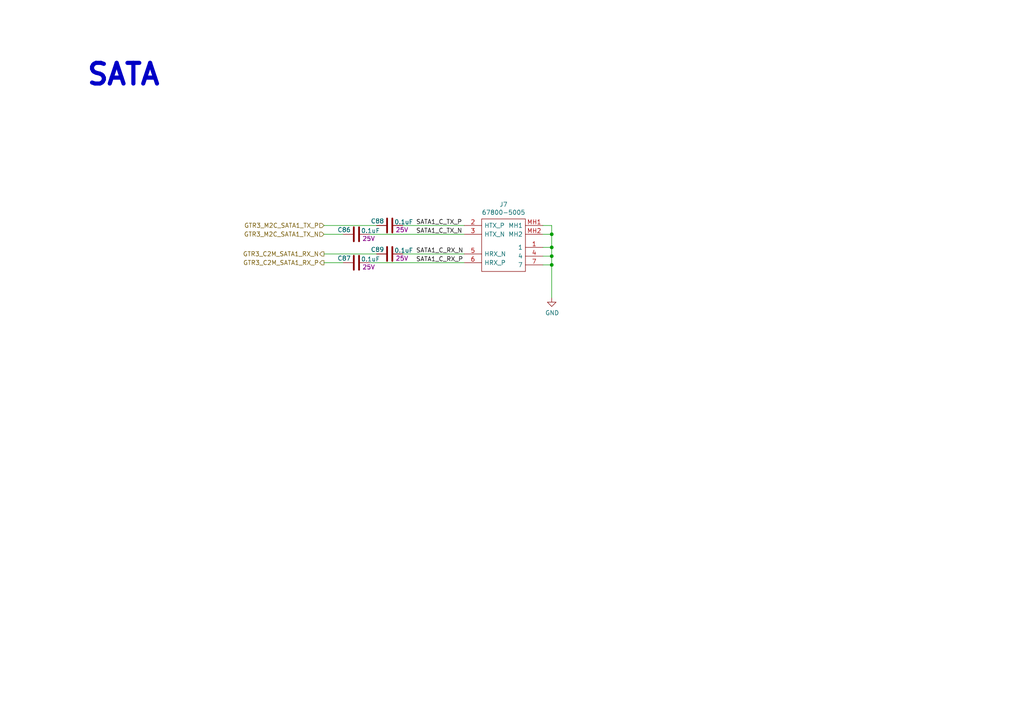
<source format=kicad_sch>
(kicad_sch (version 20230121) (generator eeschema)
  (paper "A4")
  (title_block (title "Top Sheet") (date "2023-12-21") (rev "1.00") (company "ApotheoTech LLC") (comment 1 "SCH: APT-KRIA-FMC") (comment 2 "Author: Chance Reimer"))
  (lib_symbols
    (symbol "ApotheoTech:67800-5005" (pin_names (offset 0.762))
      (property "Reference" "J" (at 19.05 7.62 0))
      (property "Value" "67800-5005" (at 19.05 5.08 0))
      (symbol "67800-5005_0_0"
        (pin passive line (at 11.43 -1.27 180) (length 5.08) (name "1") (number "1"))
        (pin passive line (at -11.43 5.08 0) (length 5.08) (name "HTX_P") (number "2"))
        (pin passive line (at -11.43 2.54 0) (length 5.08) (name "HTX_N") (number "3"))
        (pin passive line (at 11.43 -3.81 180) (length 5.08) (name "4") (number "4"))
        (pin passive line (at -11.43 -3.175 0) (length 5.08) (name "HRX_N") (number "5"))
        (pin passive line (at -11.43 -5.715 0) (length 5.08) (name "HRX_P") (number "6"))
        (pin passive line (at 11.43 -6.35 180) (length 5.08) (name "7") (number "7"))
        (pin passive line (at 11.43 5.08 180) (length 5.08) (name "MH1") (number "MH1"))
        (pin passive line (at 11.43 2.54 180) (length 5.08) (name "MH2") (number "MH2"))
      )
      (symbol "67800-5005_0_1"
        (polyline (pts (xy -6.35 6.985) (xy 6.35 6.985) (xy 6.35 -8.255) (xy -6.35 -8.255) (xy -6.35 6.985)) (stroke (width 0.1524)))
      )
    )
    (symbol "Device:C" (pin_numbers hide) (pin_names (offset 0.254))
      (property "Reference" "C" (at 0.635 2.54 0))
      (property "Value" "C" (at 0.635 -2.54 0))
      (symbol "C_0_1"
        (polyline (pts (xy -2.032 -0.762) (xy 2.032 -0.762)) (stroke (width 0.508)))
        (polyline (pts (xy -2.032 0.762) (xy 2.032 0.762)) (stroke (width 0.508)))
      )
      (symbol "C_1_1"
        (pin passive line (at 0 3.81 270) (length 2.794) (name "~") (number "1"))
        (pin passive line (at 0 -3.81 90) (length 2.794) (name "~") (number "2"))
      )
    )
    (symbol "power:GND" (power) (pin_names (offset 0))
      (property "Value" "GND" (at 0 -3.81 0))
      (symbol "GND_0_1"
        (polyline (pts (xy 0 0) (xy 0 -1.27) (xy 1.27 -1.27) (xy 0 -2.54) (xy -1.27 -1.27) (xy 0 -1.27)))
      )
      (symbol "GND_1_1"
        (pin power_in line (at 0 0 270) (length 0) hide (name "GND") (number "1"))
      )
    )
  )
  (junction (at 160.02 76.835))
  (junction (at 160.02 74.295))
  (junction (at 160.02 71.755))
  (junction (at 160.02 67.945))
  (wire (pts (xy 116.84 65.405) (xy 134.62 65.405)))
  (wire (pts (xy 93.98 73.66) (xy 109.22 73.66)))
  (wire (pts (xy 160.02 65.405) (xy 160.02 67.945)))
  (wire (pts (xy 116.84 73.66) (xy 134.62 73.66)))
  (wire (pts (xy 107.188 67.945) (xy 134.62 67.945)))
  (wire (pts (xy 107.188 76.2) (xy 134.62 76.2)))
  (wire (pts (xy 160.02 76.835) (xy 157.48 76.835)))
  (wire (pts (xy 160.02 76.835) (xy 160.02 86.36)))
  (wire (pts (xy 160.02 71.755) (xy 157.48 71.755)))
  (wire (pts (xy 99.568 76.2) (xy 93.98 76.2)))
  (wire (pts (xy 93.98 65.405) (xy 109.22 65.405)))
  (wire (pts (xy 160.02 67.945) (xy 160.02 71.755)))
  (wire (pts (xy 99.568 67.945) (xy 93.98 67.945)))
  (wire (pts (xy 157.48 65.405) (xy 160.02 65.405)))
  (wire (pts (xy 160.02 67.945) (xy 157.48 67.945)))
  (wire (pts (xy 160.02 71.755) (xy 160.02 74.295)))
  (wire (pts (xy 160.02 74.295) (xy 160.02 76.835)))
  (wire (pts (xy 160.02 74.295) (xy 157.48 74.295)))
  (text "SATA" (at 24.765 25.273 0) (effects (font (size 5.9944 5.9944) (thickness 1.1989) bold) (justify left bottom)))
  (label "SATA1_C_TX_N" (at 120.65 67.945 0))
  (label "SATA1_C_TX_P" (at 120.65 65.405 0))
  (label "SATA1_C_RX_N" (at 120.65 73.66 0))
  (label "SATA1_C_RX_P" (at 120.65 76.2 0))
  (hierarchical_label "GTR3_M2C_SATA1_TX_N" (shape input) (at 93.98 67.945 180))
  (hierarchical_label "GTR3_C2M_SATA1_RX_P" (shape output) (at 93.98 76.2 180))
  (hierarchical_label "GTR3_M2C_SATA1_TX_P" (shape input) (at 93.98 65.405 180))
  (hierarchical_label "GTR3_C2M_SATA1_RX_N" (shape output) (at 93.98 73.66 180))
  (symbol (lib_id "Device:C") (at 113.03 65.405 90) (unit 1)
    (property "Reference" "C88" (at 109.474 64.135 90))
    (property "Value" "0.1uF" (at 117.094 64.389 90))
    (property "Footprint" "Capacitor_SMD:C_0402_1005Metric" (effects hide))
    (property "PartNumber" "TMK105BJ104KVHF" (effects hide))
    (property "Tolerance" "+-10%" (effects hide))
    (property "Voltage" "25V" (at 116.586 66.675 90))
    (property "Temp_Val" "X5R" (effects hide))
    (property "URL" "https://www.digikey.com/en/products/detail/TMK105BJ104KVHF/587-3808-1-ND/4811278?itemSeq=375666509" (effects hide))
    (instances (project "APT-KRIA-FMC" (path "" (reference "C88") (unit 1)) (path "" (reference "C?") (unit 1))))
  )
  (symbol (lib_id "Device:C") (at 103.378 67.945 90) (unit 1)
    (property "Reference" "C86" (at 99.822 66.675 90))
    (property "Value" "0.1uF" (at 107.442 66.929 90))
    (property "Footprint" "Capacitor_SMD:C_0402_1005Metric" (effects hide))
    (property "PartNumber" "TMK105BJ104KVHF" (effects hide))
    (property "Tolerance" "+-10%" (effects hide))
    (property "Voltage" "25V" (at 106.934 69.215 90))
    (property "Temp_Val" "X5R" (effects hide))
    (property "URL" "https://www.digikey.com/en/products/detail/TMK105BJ104KVHF/587-3808-1-ND/4811278?itemSeq=375666509" (effects hide))
    (instances (project "APT-KRIA-FMC" (path "" (reference "C86") (unit 1)) (path "" (reference "C?") (unit 1))))
  )
  (symbol (lib_id "Device:C") (at 113.03 73.66 90) (unit 1)
    (property "Reference" "C89" (at 109.474 72.39 90))
    (property "Value" "0.1uF" (at 117.094 72.644 90))
    (property "Footprint" "Capacitor_SMD:C_0402_1005Metric" (effects hide))
    (property "PartNumber" "TMK105BJ104KVHF" (effects hide))
    (property "Tolerance" "+-10%" (effects hide))
    (property "Voltage" "25V" (at 116.586 74.93 90))
    (property "Temp_Val" "X5R" (effects hide))
    (property "URL" "https://www.digikey.com/en/products/detail/TMK105BJ104KVHF/587-3808-1-ND/4811278?itemSeq=375666509" (effects hide))
    (instances (project "APT-KRIA-FMC" (path "" (reference "C89") (unit 1)) (path "" (reference "C?") (unit 1))))
  )
  (symbol (lib_id "Device:C") (at 103.378 76.2 90) (unit 1)
    (property "Reference" "C87" (at 99.822 74.93 90))
    (property "Value" "0.1uF" (at 107.442 75.184 90))
    (property "Footprint" "Capacitor_SMD:C_0402_1005Metric" (effects hide))
    (property "PartNumber" "TMK105BJ104KVHF" (effects hide))
    (property "Tolerance" "+-10%" (effects hide))
    (property "Voltage" "25V" (at 106.934 77.47 90))
    (property "Temp_Val" "X5R" (effects hide))
    (property "URL" "https://www.digikey.com/en/products/detail/TMK105BJ104KVHF/587-3808-1-ND/4811278?itemSeq=375666509" (effects hide))
    (instances (project "APT-KRIA-FMC" (path "" (reference "C87") (unit 1)) (path "" (reference "C?") (unit 1))))
  )
  (symbol (lib_id "ApotheoTech:67800-5005") (at 146.05 70.485 0) (unit 1)
    (property "Reference" "J7" (at 146.05 59.309 0))
    (property "Value" "67800-5005" (at 146.05 61.6204 0))
    (property "Footprint" "ApotheoTech_CXP_Lib:678005005" (effects hide))
    (property "Description" "Molex SATA 67800, 7 Way, 1 Row, Vertical PCB Header" (effects hide))
    (property "Height" "8.65" (effects hide))
    (property "Mouser Part Number" "538-67800-5005" (effects hide))
    (property "Mouser Price/Stock" "https://www.mouser.co.uk/ProductDetail/Molex/67800-5005?qs=D%252By4jQJzx8IM%252BvBTPN18XQ%3D%3D" (effects hide))
    (property "Manufacturer_Name" "Molex" (effects hide))
    (property "Manufacturer_Part_Number" "67800-5005" (effects hide))
  )
  (symbol (lib_id "power:GND") (at 160.02 86.36 0) (unit 1)
    (property "Reference" "#PWR0105" (effects hide))
    (property "Value" "GND" (at 160.147 90.7542 0))
  )
)
</source>
